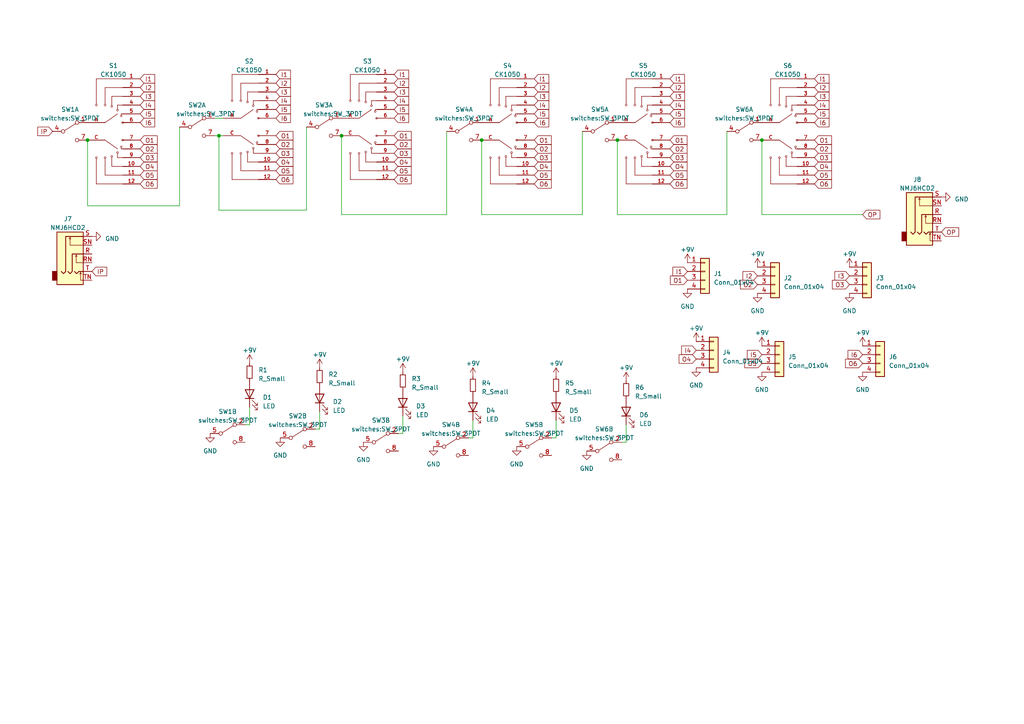
<source format=kicad_sch>
(kicad_sch (version 20230121) (generator eeschema)
  (paper "A4")
  (lib_symbols
    (symbol "1590B-rescue:SW_3PDT-switches" (pin_names (offset 0) hide)
      (property "Reference" "SW" (at 0 4.318 0))
      (property "Value" "switches:SW_3PDT" (at 0 -5.08 0))
      (symbol "SW_3PDT-switches_0_0"
        (circle (center -2.032 0) (radius 0.508))
        (circle (center 2.032 -2.54) (radius 0.508))
      )
      (symbol "SW_3PDT-switches_0_1"
        (polyline (pts (xy -1.524 0.254) (xy 1.651 2.286)))
        (circle (center 2.032 2.54) (radius 0.508))
      )
      (symbol "SW_3PDT-switches_1_1"
        (pin passive line (at 5.08 2.54 180) (length 2.54) (name "A") (number "1"))
        (pin passive line (at -5.08 0 0) (length 2.54) (name "B") (number "4"))
        (pin passive line (at 5.08 -2.54 180) (length 2.54) (name "C") (number "7"))
      )
      (symbol "SW_3PDT-switches_2_1"
        (pin passive line (at 5.08 2.54 180) (length 2.54) (name "A") (number "2"))
        (pin passive line (at -5.08 0 0) (length 2.54) (name "B") (number "5"))
        (pin passive line (at 5.08 -2.54 180) (length 2.54) (name "C") (number "8"))
      )
      (symbol "SW_3PDT-switches_3_1"
        (pin passive line (at 5.08 2.54 180) (length 2.54) (name "A") (number "3"))
        (pin passive line (at -5.08 0 0) (length 2.54) (name "B") (number "6"))
        (pin passive line (at 5.08 -2.54 180) (length 2.54) (name "C") (number "9"))
      )
    )
    (symbol "CK1050:CK1050" (pin_names (offset 1.016))
      (property "Reference" "S" (at -5.08 17.78 0))
      (property "Value" "CK1050" (at -5.08 -20.32 0))
      (symbol "CK1050_0_0"
        (circle (center -5.08 -7.62) (radius 0.254) (stroke (width 0.127)))
        (circle (center -5.08 7.62) (radius 0.254) (stroke (width 0.127)))
        (circle (center -2.54 -7.62) (radius 0.254) (stroke (width 0.127)))
        (circle (center -2.54 7.62) (radius 0.254) (stroke (width 0.127)))
        (circle (center -0.5969 -7.239) (radius 0.254) (stroke (width 0.127)))
        (circle (center -0.5969 7.239) (radius 0.254) (stroke (width 0.127)))
        (polyline (pts (xy -5.08 -15.24) (xy -5.08 -7.874)) (stroke (width 0.1524)))
        (polyline (pts (xy -5.08 15.24) (xy -5.08 7.874)) (stroke (width 0.1524)))
        (polyline (pts (xy -2.54 -12.7) (xy -2.54 -7.874)) (stroke (width 0.1524)))
        (polyline (pts (xy -2.54 -2.54) (xy 1.0668 -5.08)) (stroke (width 0.1524)))
        (polyline (pts (xy -2.54 2.54) (xy 1.0668 5.08)) (stroke (width 0.1524)))
        (polyline (pts (xy -2.54 12.7) (xy -2.54 7.874)) (stroke (width 0.1524)))
        (polyline (pts (xy -0.5969 -10.16) (xy -0.5969 -7.493)) (stroke (width 0.1524)))
        (polyline (pts (xy -0.5969 10.16) (xy -0.5969 7.493)) (stroke (width 0.1524)))
        (polyline (pts (xy 1.0668 -7.62) (xy 1.0668 -6.4008)) (stroke (width 0.1524)))
        (polyline (pts (xy 1.0668 7.62) (xy 1.0668 6.4008)) (stroke (width 0.1524)))
        (polyline (pts (xy 2.159 -5.08) (xy 2.159 -4.7498)) (stroke (width 0.1524)))
        (polyline (pts (xy 2.159 5.08) (xy 2.159 4.7498)) (stroke (width 0.1524)))
        (polyline (pts (xy 5.08 -15.24) (xy -5.08 -15.24)) (stroke (width 0.1524)))
        (polyline (pts (xy 5.08 -12.7) (xy -2.54 -12.7)) (stroke (width 0.1524)))
        (polyline (pts (xy 5.08 -10.16) (xy -0.5969 -10.16)) (stroke (width 0.1524)))
        (polyline (pts (xy 5.08 -7.62) (xy 1.0668 -7.62)) (stroke (width 0.1524)))
        (polyline (pts (xy 5.08 -5.08) (xy 2.159 -5.08)) (stroke (width 0.1524)))
        (polyline (pts (xy 5.08 -2.54) (xy 2.794 -2.54)) (stroke (width 0.1524)))
        (polyline (pts (xy 5.08 2.54) (xy 2.794 2.54)) (stroke (width 0.1524)))
        (polyline (pts (xy 5.08 5.08) (xy 2.159 5.08)) (stroke (width 0.1524)))
        (polyline (pts (xy 5.08 7.62) (xy 1.0668 7.62)) (stroke (width 0.1524)))
        (polyline (pts (xy 5.08 10.16) (xy -0.5969 10.16)) (stroke (width 0.1524)))
        (polyline (pts (xy 5.08 12.7) (xy -2.54 12.7)) (stroke (width 0.1524)))
        (polyline (pts (xy 5.08 15.24) (xy -5.08 15.24)) (stroke (width 0.1524)))
        (circle (center 1.0668 -6.1468) (radius 0.254) (stroke (width 0.127)))
        (circle (center 1.0668 6.1468) (radius 0.254) (stroke (width 0.127)))
        (circle (center 2.159 -4.4831) (radius 0.254) (stroke (width 0.127)))
        (circle (center 2.159 4.4831) (radius 0.254) (stroke (width 0.127)))
        (circle (center 2.54 -2.54) (radius 0.254) (stroke (width 0.127)))
        (circle (center 2.54 2.54) (radius 0.254) (stroke (width 0.127)))
        (pin passive line (at 7.62 15.24 180) (length 5.08) (name "~") (number "1"))
        (pin passive line (at 7.62 -10.16 180) (length 5.08) (name "~") (number "10"))
        (pin passive line (at 7.62 -12.7 180) (length 5.08) (name "~") (number "11"))
        (pin passive line (at 7.62 -15.24 180) (length 5.08) (name "~") (number "12"))
        (pin passive line (at 7.62 12.7 180) (length 5.08) (name "~") (number "2"))
        (pin passive line (at 7.62 10.16 180) (length 5.08) (name "~") (number "3"))
        (pin passive line (at 7.62 7.62 180) (length 5.08) (name "~") (number "4"))
        (pin passive line (at 7.62 5.08 180) (length 5.08) (name "~") (number "5"))
        (pin passive line (at 7.62 2.54 180) (length 5.08) (name "~") (number "6"))
        (pin passive line (at 7.62 -2.54 180) (length 5.08) (name "~") (number "7"))
        (pin passive line (at 7.62 -5.08 180) (length 5.08) (name "~") (number "8"))
        (pin passive line (at 7.62 -7.62 180) (length 5.08) (name "~") (number "9"))
        (pin passive line (at -7.62 2.54 0) (length 5.08) (name "~") (number "A"))
        (pin passive line (at -7.62 -2.54 0) (length 5.08) (name "~") (number "C"))
      )
    )
    (symbol "Connector_Audio:NMJ6HCD2"
      (property "Reference" "J" (at 0 11.43 0))
      (property "Value" "NMJ6HCD2" (at 0 8.89 0))
      (symbol "NMJ6HCD2_0_1"
        (rectangle (start -5.08 -5.08) (end -6.35 -7.62) (stroke (width 0.254)) (fill (type outline)))
        (polyline (pts (xy -1.27 4.826) (xy -1.016 4.318)))
        (polyline (pts (xy 0.508 -0.254) (xy 0.762 -0.762)))
        (polyline (pts (xy 1.778 -5.334) (xy 2.032 -5.842)))
        (polyline (pts (xy 0 -5.08) (xy 0.635 -5.715) (xy 1.27 -5.08) (xy 2.54 -5.08)) (stroke (width 0.254)))
        (polyline (pts (xy 2.54 -7.62) (xy 1.778 -7.62) (xy 1.778 -5.334) (xy 1.524 -5.842)))
        (polyline (pts (xy 2.54 -2.54) (xy 0.508 -2.54) (xy 0.508 -0.254) (xy 0.254 -0.762)))
        (polyline (pts (xy 2.54 2.54) (xy -1.27 2.54) (xy -1.27 4.826) (xy -1.524 4.318)))
        (polyline (pts (xy -1.905 -5.08) (xy -1.27 -5.715) (xy -0.635 -5.08) (xy -0.635 0) (xy 2.54 0)) (stroke (width 0.254)))
        (polyline (pts (xy 2.54 5.08) (xy -2.54 5.08) (xy -2.54 -5.08) (xy -3.175 -5.715) (xy -3.81 -5.08)) (stroke (width 0.254)))
        (rectangle (start 2.54 6.35) (end -5.08 -8.89) (stroke (width 0.254)) (fill (type background)))
      )
      (symbol "NMJ6HCD2_1_1"
        (pin passive line (at 5.08 0 180) (length 2.54) (name "~") (number "R"))
        (pin passive line (at 5.08 -2.54 180) (length 2.54) (name "~") (number "RN"))
        (pin passive line (at 5.08 5.08 180) (length 2.54) (name "~") (number "S"))
        (pin passive line (at 5.08 2.54 180) (length 2.54) (name "~") (number "SN"))
        (pin passive line (at 5.08 -5.08 180) (length 2.54) (name "~") (number "T"))
        (pin passive line (at 5.08 -7.62 180) (length 2.54) (name "~") (number "TN"))
      )
    )
    (symbol "Connector_Generic:Conn_01x04" (pin_names (offset 1.016) hide)
      (property "Reference" "J" (at 0 5.08 0))
      (property "Value" "Conn_01x04" (at 0 -7.62 0))
      (symbol "Conn_01x04_1_1"
        (rectangle (start -1.27 -4.953) (end 0 -5.207) (stroke (width 0.1524)))
        (rectangle (start -1.27 -2.413) (end 0 -2.667) (stroke (width 0.1524)))
        (rectangle (start -1.27 0.127) (end 0 -0.127) (stroke (width 0.1524)))
        (rectangle (start -1.27 2.667) (end 0 2.413) (stroke (width 0.1524)))
        (rectangle (start -1.27 3.81) (end 1.27 -6.35) (stroke (width 0.254)) (fill (type background)))
        (pin passive line (at -5.08 2.54 0) (length 3.81) (name "Pin_1") (number "1"))
        (pin passive line (at -5.08 0 0) (length 3.81) (name "Pin_2") (number "2"))
        (pin passive line (at -5.08 -2.54 0) (length 3.81) (name "Pin_3") (number "3"))
        (pin passive line (at -5.08 -5.08 0) (length 3.81) (name "Pin_4") (number "4"))
      )
    )
    (symbol "Device:LED" (pin_numbers hide) (pin_names (offset 1.016) hide)
      (property "Reference" "D" (at 0 2.54 0))
      (property "Value" "LED" (at 0 -2.54 0))
      (symbol "LED_0_1"
        (polyline (pts (xy -1.27 -1.27) (xy -1.27 1.27)) (stroke (width 0.254)))
        (polyline (pts (xy -1.27 0) (xy 1.27 0)))
        (polyline (pts (xy 1.27 -1.27) (xy 1.27 1.27) (xy -1.27 0) (xy 1.27 -1.27)) (stroke (width 0.254)))
        (polyline (pts (xy -3.048 -0.762) (xy -4.572 -2.286) (xy -3.81 -2.286) (xy -4.572 -2.286) (xy -4.572 -1.524)))
        (polyline (pts (xy -1.778 -0.762) (xy -3.302 -2.286) (xy -2.54 -2.286) (xy -3.302 -2.286) (xy -3.302 -1.524)))
      )
      (symbol "LED_1_1"
        (pin passive line (at -3.81 0 0) (length 2.54) (name "K") (number "1"))
        (pin passive line (at 3.81 0 180) (length 2.54) (name "A") (number "2"))
      )
    )
    (symbol "Device:R_Small" (pin_numbers hide) (pin_names (offset 0.254) hide)
      (property "Reference" "R" (at 0.762 0.508 0))
      (property "Value" "R_Small" (at 0.762 -1.016 0))
      (symbol "R_Small_0_1"
        (rectangle (start -0.762 1.778) (end 0.762 -1.778) (stroke (width 0.2032)))
      )
      (symbol "R_Small_1_1"
        (pin passive line (at 0 2.54 270) (length 0.762) (name "~") (number "1"))
        (pin passive line (at 0 -2.54 90) (length 0.762) (name "~") (number "2"))
      )
    )
    (symbol "power:+9V" (power) (pin_names (offset 0))
      (property "Value" "+9V" (at 0 3.556 0))
      (symbol "+9V_0_1"
        (polyline (pts (xy -0.762 1.27) (xy 0 2.54)))
        (polyline (pts (xy 0 0) (xy 0 2.54)))
        (polyline (pts (xy 0 2.54) (xy 0.762 1.27)))
      )
      (symbol "+9V_1_1"
        (pin power_in line (at 0 0 90) (length 0) hide (name "+9V") (number "1"))
      )
    )
    (symbol "power:GND" (power) (pin_names (offset 0))
      (property "Value" "GND" (at 0 -3.81 0))
      (symbol "GND_0_1"
        (polyline (pts (xy 0 0) (xy 0 -1.27) (xy 1.27 -1.27) (xy 0 -2.54) (xy -1.27 -1.27) (xy 0 -1.27)))
      )
      (symbol "GND_1_1"
        (pin power_in line (at 0 0 270) (length 0) hide (name "GND") (number "1"))
      )
    )
  )
  (junction (at 25.4 40.64))
  (junction (at 99.06 39.37))
  (junction (at 63.5 39.37))
  (junction (at 220.98 40.64))
  (junction (at 139.7 40.64))
  (junction (at 179.07 40.64))
  (wire (pts (xy 139.7 62.23) (xy 139.7 40.64)))
  (wire (pts (xy 63.5 39.37) (xy 63.5 60.96)))
  (wire (pts (xy 135.89 127) (xy 137.16 127)))
  (wire (pts (xy 25.4 59.69) (xy 25.4 40.64)))
  (wire (pts (xy 116.84 125.73) (xy 116.84 120.65)))
  (wire (pts (xy 180.34 128.27) (xy 181.61 128.27)))
  (wire (pts (xy 161.29 127) (xy 161.29 121.92)))
  (wire (pts (xy 220.98 62.23) (xy 220.98 40.64)))
  (wire (pts (xy 99.06 62.23) (xy 99.06 39.37)))
  (wire (pts (xy 52.07 59.69) (xy 25.4 59.69)))
  (wire (pts (xy 64.77 39.37) (xy 63.5 39.37)))
  (wire (pts (xy 92.71 124.46) (xy 92.71 119.38)))
  (wire (pts (xy 129.54 62.23) (xy 129.54 38.1)))
  (wire (pts (xy 181.61 128.27) (xy 181.61 123.19)))
  (wire (pts (xy 64.77 34.29) (xy 62.23 34.29)))
  (wire (pts (xy 210.82 62.23) (xy 179.07 62.23)))
  (wire (pts (xy 71.12 123.19) (xy 72.39 123.19)))
  (wire (pts (xy 91.44 124.46) (xy 92.71 124.46)))
  (wire (pts (xy 72.39 123.19) (xy 72.39 118.11)))
  (wire (pts (xy 250.19 62.23) (xy 220.98 62.23)))
  (wire (pts (xy 88.9 60.96) (xy 88.9 36.83)))
  (wire (pts (xy 129.54 62.23) (xy 99.06 62.23)))
  (wire (pts (xy 160.02 127) (xy 161.29 127)))
  (wire (pts (xy 63.5 60.96) (xy 88.9 60.96)))
  (wire (pts (xy 52.07 36.83) (xy 52.07 59.69)))
  (wire (pts (xy 210.82 62.23) (xy 210.82 38.1)))
  (wire (pts (xy 168.91 62.23) (xy 168.91 38.1)))
  (wire (pts (xy 137.16 127) (xy 137.16 121.92)))
  (wire (pts (xy 179.07 62.23) (xy 179.07 40.64)))
  (wire (pts (xy 168.91 62.23) (xy 139.7 62.23)))
  (wire (pts (xy 63.5 39.37) (xy 62.23 39.37)))
  (wire (pts (xy 115.57 125.73) (xy 116.84 125.73)))
  (global_label "O4" (shape input) (at 80.01 46.99 0) (property "Intersheetrefs" "${INTERSHEET_REFS}" (effects hide)))
  (global_label "O3" (shape input) (at 194.31 45.72 0) (property "Intersheetrefs" "${INTERSHEET_REFS}" (effects hide)))
  (global_label "O1" (shape input) (at 199.39 81.28 180) (property "Intersheetrefs" "${INTERSHEET_REFS}" (effects hide)))
  (global_label "I3" (shape input) (at 80.01 26.67 0) (property "Intersheetrefs" "${INTERSHEET_REFS}" (effects hide)))
  (global_label "O3" (shape input) (at 80.01 44.45 0) (property "Intersheetrefs" "${INTERSHEET_REFS}" (effects hide)))
  (global_label "O5" (shape input) (at 236.22 50.8 0) (property "Intersheetrefs" "${INTERSHEET_REFS}" (effects hide)))
  (global_label "O3" (shape input) (at 114.3 44.45 0) (property "Intersheetrefs" "${INTERSHEET_REFS}" (effects hide)))
  (global_label "I5" (shape input) (at 40.64 33.02 0) (property "Intersheetrefs" "${INTERSHEET_REFS}" (effects hide)))
  (global_label "IP" (shape input) (at 15.24 38.1 180) (property "Intersheetrefs" "${INTERSHEET_REFS}" (effects hide)))
  (global_label "I2" (shape input) (at 80.01 24.13 0) (property "Intersheetrefs" "${INTERSHEET_REFS}" (effects hide)))
  (global_label "I6" (shape input) (at 40.64 35.56 0) (property "Intersheetrefs" "${INTERSHEET_REFS}" (effects hide)))
  (global_label "I5" (shape input) (at 154.94 33.02 0) (property "Intersheetrefs" "${INTERSHEET_REFS}" (effects hide)))
  (global_label "I1" (shape input) (at 114.3 21.59 0) (property "Intersheetrefs" "${INTERSHEET_REFS}" (effects hide)))
  (global_label "I3" (shape input) (at 114.3 26.67 0) (property "Intersheetrefs" "${INTERSHEET_REFS}" (effects hide)))
  (global_label "O2" (shape input) (at 154.94 43.18 0) (property "Intersheetrefs" "${INTERSHEET_REFS}" (effects hide)))
  (global_label "I3" (shape input) (at 194.31 27.94 0) (property "Intersheetrefs" "${INTERSHEET_REFS}" (effects hide)))
  (global_label "I5" (shape input) (at 236.22 33.02 0) (property "Intersheetrefs" "${INTERSHEET_REFS}" (effects hide)))
  (global_label "O1" (shape input) (at 154.94 40.64 0) (property "Intersheetrefs" "${INTERSHEET_REFS}" (effects hide)))
  (global_label "I1" (shape input) (at 236.22 22.86 0) (property "Intersheetrefs" "${INTERSHEET_REFS}" (effects hide)))
  (global_label "I3" (shape input) (at 246.38 80.01 180) (property "Intersheetrefs" "${INTERSHEET_REFS}" (effects hide)))
  (global_label "O1" (shape input) (at 114.3 39.37 0) (property "Intersheetrefs" "${INTERSHEET_REFS}" (effects hide)))
  (global_label "O1" (shape input) (at 80.01 39.37 0) (property "Intersheetrefs" "${INTERSHEET_REFS}" (effects hide)))
  (global_label "O6" (shape input) (at 236.22 53.34 0) (property "Intersheetrefs" "${INTERSHEET_REFS}" (effects hide)))
  (global_label "I5" (shape input) (at 114.3 31.75 0) (property "Intersheetrefs" "${INTERSHEET_REFS}" (effects hide)))
  (global_label "O3" (shape input) (at 40.64 45.72 0) (property "Intersheetrefs" "${INTERSHEET_REFS}" (effects hide)))
  (global_label "O6" (shape input) (at 114.3 52.07 0) (property "Intersheetrefs" "${INTERSHEET_REFS}" (effects hide)))
  (global_label "I6" (shape input) (at 236.22 35.56 0) (property "Intersheetrefs" "${INTERSHEET_REFS}" (effects hide)))
  (global_label "O5" (shape input) (at 40.64 50.8 0) (property "Intersheetrefs" "${INTERSHEET_REFS}" (effects hide)))
  (global_label "I4" (shape input) (at 80.01 29.21 0) (property "Intersheetrefs" "${INTERSHEET_REFS}" (effects hide)))
  (global_label "I6" (shape input) (at 250.19 102.87 180) (property "Intersheetrefs" "${INTERSHEET_REFS}" (effects hide)))
  (global_label "O5" (shape input) (at 220.98 105.41 180) (property "Intersheetrefs" "${INTERSHEET_REFS}" (effects hide)))
  (global_label "I2" (shape input) (at 219.71 80.01 180) (property "Intersheetrefs" "${INTERSHEET_REFS}" (effects hide)))
  (global_label "I2" (shape input) (at 236.22 25.4 0) (property "Intersheetrefs" "${INTERSHEET_REFS}" (effects hide)))
  (global_label "O5" (shape input) (at 80.01 49.53 0) (property "Intersheetrefs" "${INTERSHEET_REFS}" (effects hide)))
  (global_label "I6" (shape input) (at 154.94 35.56 0) (property "Intersheetrefs" "${INTERSHEET_REFS}" (effects hide)))
  (global_label "O4" (shape input) (at 154.94 48.26 0) (property "Intersheetrefs" "${INTERSHEET_REFS}" (effects hide)))
  (global_label "O6" (shape input) (at 250.19 105.41 180) (property "Intersheetrefs" "${INTERSHEET_REFS}" (effects hide)))
  (global_label "O3" (shape input) (at 246.38 82.55 180) (property "Intersheetrefs" "${INTERSHEET_REFS}" (effects hide)))
  (global_label "I2" (shape input) (at 154.94 25.4 0) (property "Intersheetrefs" "${INTERSHEET_REFS}" (effects hide)))
  (global_label "I6" (shape input) (at 80.01 34.29 0) (property "Intersheetrefs" "${INTERSHEET_REFS}" (effects hide)))
  (global_label "O3" (shape input) (at 236.22 45.72 0) (property "Intersheetrefs" "${INTERSHEET_REFS}" (effects hide)))
  (global_label "I1" (shape input) (at 194.31 22.86 0) (property "Intersheetrefs" "${INTERSHEET_REFS}" (effects hide)))
  (global_label "O3" (shape input) (at 154.94 45.72 0) (property "Intersheetrefs" "${INTERSHEET_REFS}" (effects hide)))
  (global_label "I4" (shape input) (at 114.3 29.21 0) (property "Intersheetrefs" "${INTERSHEET_REFS}" (effects hide)))
  (global_label "O2" (shape input) (at 114.3 41.91 0) (property "Intersheetrefs" "${INTERSHEET_REFS}" (effects hide)))
  (global_label "O2" (shape input) (at 236.22 43.18 0) (property "Intersheetrefs" "${INTERSHEET_REFS}" (effects hide)))
  (global_label "O4" (shape input) (at 236.22 48.26 0) (property "Intersheetrefs" "${INTERSHEET_REFS}" (effects hide)))
  (global_label "I5" (shape input) (at 80.01 31.75 0) (property "Intersheetrefs" "${INTERSHEET_REFS}" (effects hide)))
  (global_label "O5" (shape input) (at 154.94 50.8 0) (property "Intersheetrefs" "${INTERSHEET_REFS}" (effects hide)))
  (global_label "O6" (shape input) (at 80.01 52.07 0) (property "Intersheetrefs" "${INTERSHEET_REFS}" (effects hide)))
  (global_label "I4" (shape input) (at 201.93 101.6 180) (property "Intersheetrefs" "${INTERSHEET_REFS}" (effects hide)))
  (global_label "OP" (shape input) (at 250.19 62.23 0) (property "Intersheetrefs" "${INTERSHEET_REFS}" (effects hide)))
  (global_label "O5" (shape input) (at 114.3 49.53 0) (property "Intersheetrefs" "${INTERSHEET_REFS}" (effects hide)))
  (global_label "O5" (shape input) (at 194.31 50.8 0) (property "Intersheetrefs" "${INTERSHEET_REFS}" (effects hide)))
  (global_label "O6" (shape input) (at 194.31 53.34 0) (property "Intersheetrefs" "${INTERSHEET_REFS}" (effects hide)))
  (global_label "I1" (shape input) (at 40.64 22.86 0) (property "Intersheetrefs" "${INTERSHEET_REFS}" (effects hide)))
  (global_label "O2" (shape input) (at 40.64 43.18 0) (property "Intersheetrefs" "${INTERSHEET_REFS}" (effects hide)))
  (global_label "I5" (shape input) (at 220.98 102.87 180) (property "Intersheetrefs" "${INTERSHEET_REFS}" (effects hide)))
  (global_label "O4" (shape input) (at 114.3 46.99 0) (property "Intersheetrefs" "${INTERSHEET_REFS}" (effects hide)))
  (global_label "O2" (shape input) (at 219.71 82.55 180) (property "Intersheetrefs" "${INTERSHEET_REFS}" (effects hide)))
  (global_label "I4" (shape input) (at 236.22 30.48 0) (property "Intersheetrefs" "${INTERSHEET_REFS}" (effects hide)))
  (global_label "O1" (shape input) (at 40.64 40.64 0) (property "Intersheetrefs" "${INTERSHEET_REFS}" (effects hide)))
  (global_label "I3" (shape input) (at 236.22 27.94 0) (property "Intersheetrefs" "${INTERSHEET_REFS}" (effects hide)))
  (global_label "I6" (shape input) (at 194.31 35.56 0) (property "Intersheetrefs" "${INTERSHEET_REFS}" (effects hide)))
  (global_label "O2" (shape input) (at 80.01 41.91 0) (property "Intersheetrefs" "${INTERSHEET_REFS}" (effects hide)))
  (global_label "O4" (shape input) (at 194.31 48.26 0) (property "Intersheetrefs" "${INTERSHEET_REFS}" (effects hide)))
  (global_label "I1" (shape input) (at 80.01 21.59 0) (property "Intersheetrefs" "${INTERSHEET_REFS}" (effects hide)))
  (global_label "I6" (shape input) (at 114.3 34.29 0) (property "Intersheetrefs" "${INTERSHEET_REFS}" (effects hide)))
  (global_label "I4" (shape input) (at 194.31 30.48 0) (property "Intersheetrefs" "${INTERSHEET_REFS}" (effects hide)))
  (global_label "I3" (shape input) (at 154.94 27.94 0) (property "Intersheetrefs" "${INTERSHEET_REFS}" (effects hide)))
  (global_label "O2" (shape input) (at 194.31 43.18 0) (property "Intersheetrefs" "${INTERSHEET_REFS}" (effects hide)))
  (global_label "I2" (shape input) (at 114.3 24.13 0) (property "Intersheetrefs" "${INTERSHEET_REFS}" (effects hide)))
  (global_label "I2" (shape input) (at 40.64 25.4 0) (property "Intersheetrefs" "${INTERSHEET_REFS}" (effects hide)))
  (global_label "O6" (shape input) (at 154.94 53.34 0) (property "Intersheetrefs" "${INTERSHEET_REFS}" (effects hide)))
  (global_label "I3" (shape input) (at 40.64 27.94 0) (property "Intersheetrefs" "${INTERSHEET_REFS}" (effects hide)))
  (global_label "O4" (shape input) (at 40.64 48.26 0) (property "Intersheetrefs" "${INTERSHEET_REFS}" (effects hide)))
  (global_label "I4" (shape input) (at 40.64 30.48 0) (property "Intersheetrefs" "${INTERSHEET_REFS}" (effects hide)))
  (global_label "O1" (shape input) (at 194.31 40.64 0) (property "Intersheetrefs" "${INTERSHEET_REFS}" (effects hide)))
  (global_label "I2" (shape input) (at 194.31 25.4 0) (property "Intersheetrefs" "${INTERSHEET_REFS}" (effects hide)))
  (global_label "O1" (shape input) (at 236.22 40.64 0) (property "Intersheetrefs" "${INTERSHEET_REFS}" (effects hide)))
  (global_label "I1" (shape input) (at 154.94 22.86 0) (property "Intersheetrefs" "${INTERSHEET_REFS}" (effects hide)))
  (global_label "O4" (shape input) (at 201.93 104.14 180) (property "Intersheetrefs" "${INTERSHEET_REFS}" (effects hide)))
  (global_label "IP" (shape input) (at 26.67 78.74 0) (property "Intersheetrefs" "${INTERSHEET_REFS}" (effects hide)))
  (global_label "I5" (shape input) (at 194.31 33.02 0) (property "Intersheetrefs" "${INTERSHEET_REFS}" (effects hide)))
  (global_label "O6" (shape input) (at 40.64 53.34 0) (property "Intersheetrefs" "${INTERSHEET_REFS}" (effects hide)))
  (global_label "I1" (shape input) (at 199.39 78.74 180) (property "Intersheetrefs" "${INTERSHEET_REFS}" (effects hide)))
  (global_label "I4" (shape input) (at 154.94 30.48 0) (property "Intersheetrefs" "${INTERSHEET_REFS}" (effects hide)))
  (global_label "OP" (shape input) (at 273.05 67.31 0) (property "Intersheetrefs" "${INTERSHEET_REFS}" (effects hide)))
  (symbol (lib_id "Device:LED") (at 92.71 115.57 90) (unit 1)
    (property "Reference" "D2" (at 96.52 116.5225 90) (effects (justify right)))
    (property "Value" "LED" (at 96.52 119.0625 90) (effects (justify right)))
    (property "Footprint" "LED_THT:LED_D5.0mm" (effects hide))
  )
  (symbol (lib_id "Device:R_Small") (at 137.16 111.76 0) (unit 1)
    (property "Reference" "R4" (at 139.7 111.125 0) (effects (justify left)))
    (property "Value" "R_Small" (at 139.7 113.665 0) (effects (justify left)))
    (property "Footprint" "Resistor_THT:R_Axial_DIN0207_L6.3mm_D2.5mm_P7.62mm_Horizontal" (effects hide))
  )
  (symbol (lib_id "Device:LED") (at 137.16 118.11 90) (unit 1)
    (property "Reference" "D4" (at 140.97 119.0625 90) (effects (justify right)))
    (property "Value" "LED" (at 140.97 121.6025 90) (effects (justify right)))
    (property "Footprint" "LED_THT:LED_D5.0mm" (effects hide))
  )
  (symbol (lib_id "1590B-rescue:SW_3PDT-switches") (at 173.99 38.1 0) (unit 1)
    (property "Reference" "SW5" (at 173.99 31.75 0))
    (property "Value" "switches:SW_3PDT" (at 173.99 34.29 0))
    (property "Footprint" "Pedal-Components:3PDT-Footswitch" (effects hide))
  )
  (symbol (lib_id "Connector_Generic:Conn_01x04") (at 204.47 78.74 0) (unit 1)
    (property "Reference" "J1" (at 207.01 79.375 0) (effects (justify left)))
    (property "Value" "Conn_01x04" (at 207.01 81.915 0) (effects (justify left)))
    (property "Footprint" "Connector_Molex:Molex_KK-254_AE-6410-04A_1x04_P2.54mm_Vertical" (effects hide))
  )
  (symbol (lib_id "Device:LED") (at 116.84 116.84 90) (unit 1)
    (property "Reference" "D3" (at 120.65 117.7925 90) (effects (justify right)))
    (property "Value" "LED" (at 120.65 120.3325 90) (effects (justify right)))
    (property "Footprint" "LED_THT:LED_D5.0mm" (effects hide))
  )
  (symbol (lib_id "Connector_Generic:Conn_01x04") (at 226.06 102.87 0) (unit 1)
    (property "Reference" "J5" (at 228.6 103.505 0) (effects (justify left)))
    (property "Value" "Conn_01x04" (at 228.6 106.045 0) (effects (justify left)))
    (property "Footprint" "Connector_Molex:Molex_KK-254_AE-6410-04A_1x04_P2.54mm_Vertical" (effects hide))
  )
  (symbol (lib_id "1590B-rescue:SW_3PDT-switches") (at 57.15 36.83 0) (unit 1)
    (property "Reference" "SW2" (at 57.15 30.48 0))
    (property "Value" "switches:SW_3PDT" (at 59.69 33.02 0))
    (property "Footprint" "Pedal-Components:3PDT-Footswitch" (effects hide))
  )
  (symbol (lib_id "1590B-rescue:SW_3PDT-switches") (at 20.32 38.1 0) (unit 1)
    (property "Reference" "SW1" (at 20.32 31.75 0))
    (property "Value" "switches:SW_3PDT" (at 20.32 34.29 0))
    (property "Footprint" "Pedal-Components:3PDT-Footswitch" (effects hide))
  )
  (symbol (lib_id "CK1050:CK1050") (at 147.32 38.1 0) (unit 1)
    (property "Reference" "S4" (at 147.1993 19.05 0))
    (property "Value" "CK1050" (at 147.1993 21.59 0))
    (property "Footprint" "Pedal-Components:SW_CK1050" (effects hide))
    (property "PARTREV" "NA" (effects hide))
    (property "STANDARD" "Manufacturer Recommendations" (effects hide))
    (property "MAXIMUM_PACKAGE_HEIGHT" "64.10 mm" (effects hide))
    (property "MANUFACTURER" "Lorlin" (effects hide))
  )
  (symbol (lib_id "power:GND") (at 149.86 129.54 0) (unit 1)
    (property "Reference" "#PWR09" (effects hide))
    (property "Value" "GND" (at 149.86 134.62 0))
  )
  (symbol (lib_id "power:+9V") (at 220.98 100.33 0) (unit 1)
    (property "Reference" "#PWR021" (effects hide))
    (property "Value" "+9V" (at 220.98 96.52 0))
  )
  (symbol (lib_id "Device:LED") (at 161.29 118.11 90) (unit 1)
    (property "Reference" "D5" (at 165.1 119.0625 90) (effects (justify right)))
    (property "Value" "LED" (at 165.1 121.6025 90) (effects (justify right)))
    (property "Footprint" "LED_THT:LED_D5.0mm" (effects hide))
  )
  (symbol (lib_id "power:GND") (at 273.05 57.15 90) (unit 1)
    (property "Reference" "#PWR026" (effects hide))
    (property "Value" "GND" (at 276.86 57.785 90) (effects (justify right)))
  )
  (symbol (lib_id "Connector_Generic:Conn_01x04") (at 255.27 102.87 0) (unit 1)
    (property "Reference" "J6" (at 257.81 103.505 0) (effects (justify left)))
    (property "Value" "Conn_01x04" (at 257.81 106.045 0) (effects (justify left)))
    (property "Footprint" "Connector_Molex:Molex_KK-254_AE-6410-04A_1x04_P2.54mm_Vertical" (effects hide))
  )
  (symbol (lib_id "1590B-rescue:SW_3PDT-switches") (at 86.36 127 0) (unit 2)
    (property "Reference" "SW2" (at 86.36 120.65 0))
    (property "Value" "switches:SW_3PDT" (at 86.36 123.19 0))
    (property "Footprint" "Pedal-Components:3PDT-Footswitch" (effects hide))
  )
  (symbol (lib_id "power:+9V") (at 246.38 77.47 0) (unit 1)
    (property "Reference" "#PWR017" (effects hide))
    (property "Value" "+9V" (at 246.38 73.66 0))
  )
  (symbol (lib_id "power:+9V") (at 201.93 99.06 0) (unit 1)
    (property "Reference" "#PWR019" (effects hide))
    (property "Value" "+9V" (at 201.93 95.25 0))
  )
  (symbol (lib_id "Device:R_Small") (at 92.71 109.22 0) (unit 1)
    (property "Reference" "R2" (at 95.25 108.585 0) (effects (justify left)))
    (property "Value" "R_Small" (at 95.25 111.125 0) (effects (justify left)))
    (property "Footprint" "Resistor_THT:R_Axial_DIN0207_L6.3mm_D2.5mm_P7.62mm_Horizontal" (effects hide))
  )
  (symbol (lib_id "1590B-rescue:SW_3PDT-switches") (at 215.9 38.1 0) (unit 1)
    (property "Reference" "SW6" (at 215.9 31.75 0))
    (property "Value" "switches:SW_3PDT" (at 215.9 34.29 0))
    (property "Footprint" "Pedal-Components:3PDT-Footswitch" (effects hide))
  )
  (symbol (lib_id "CK1050:CK1050") (at 228.6 38.1 0) (unit 1)
    (property "Reference" "S6" (at 228.4793 19.05 0))
    (property "Value" "CK1050" (at 228.4793 21.59 0))
    (property "Footprint" "Pedal-Components:SW_CK1050" (effects hide))
    (property "PARTREV" "NA" (effects hide))
    (property "STANDARD" "Manufacturer Recommendations" (effects hide))
    (property "MAXIMUM_PACKAGE_HEIGHT" "64.10 mm" (effects hide))
    (property "MANUFACTURER" "Lorlin" (effects hide))
  )
  (symbol (lib_id "power:GND") (at 81.28 127 0) (unit 1)
    (property "Reference" "#PWR03" (effects hide))
    (property "Value" "GND" (at 81.28 132.08 0))
  )
  (symbol (lib_id "1590B-rescue:SW_3PDT-switches") (at 130.81 129.54 0) (unit 2)
    (property "Reference" "SW4" (at 130.81 123.19 0))
    (property "Value" "switches:SW_3PDT" (at 130.81 125.73 0))
    (property "Footprint" "Pedal-Components:3PDT-Footswitch" (effects hide))
  )
  (symbol (lib_id "Connector_Generic:Conn_01x04") (at 251.46 80.01 0) (unit 1)
    (property "Reference" "J3" (at 254 80.645 0) (effects (justify left)))
    (property "Value" "Conn_01x04" (at 254 83.185 0) (effects (justify left)))
    (property "Footprint" "Connector_Molex:Molex_KK-254_AE-6410-04A_1x04_P2.54mm_Vertical" (effects hide))
  )
  (symbol (lib_id "power:+9V") (at 116.84 107.95 0) (unit 1)
    (property "Reference" "#PWR06" (effects hide))
    (property "Value" "+9V" (at 116.84 104.14 0))
  )
  (symbol (lib_id "power:+9V") (at 250.19 100.33 0) (unit 1)
    (property "Reference" "#PWR023" (effects hide))
    (property "Value" "+9V" (at 250.19 96.52 0))
  )
  (symbol (lib_id "power:GND") (at 250.19 107.95 0) (unit 1)
    (property "Reference" "#PWR024" (effects hide))
    (property "Value" "GND" (at 250.19 113.03 0))
  )
  (symbol (lib_id "1590B-rescue:SW_3PDT-switches") (at 66.04 125.73 0) (unit 2)
    (property "Reference" "SW1" (at 66.04 119.38 0))
    (property "Value" "switches:SW_3PDT" (at 66.04 121.92 0))
    (property "Footprint" "Pedal-Components:3PDT-Footswitch" (effects hide))
  )
  (symbol (lib_id "1590B-rescue:SW_3PDT-switches") (at 154.94 129.54 0) (unit 2)
    (property "Reference" "SW5" (at 154.94 123.19 0))
    (property "Value" "switches:SW_3PDT" (at 154.94 125.73 0))
    (property "Footprint" "Pedal-Components:3PDT-Footswitch" (effects hide))
  )
  (symbol (lib_id "power:GND") (at 201.93 106.68 0) (unit 1)
    (property "Reference" "#PWR020" (effects hide))
    (property "Value" "GND" (at 201.93 111.76 0))
  )
  (symbol (lib_id "1590B-rescue:SW_3PDT-switches") (at 175.26 130.81 0) (unit 2)
    (property "Reference" "SW6" (at 175.26 124.46 0))
    (property "Value" "switches:SW_3PDT" (at 175.26 127 0))
    (property "Footprint" "Pedal-Components:3PDT-Footswitch" (effects hide))
  )
  (symbol (lib_id "power:+9V") (at 181.61 110.49 0) (unit 1)
    (property "Reference" "#PWR012" (effects hide))
    (property "Value" "+9V" (at 181.61 106.68 0))
  )
  (symbol (lib_id "1590B-rescue:SW_3PDT-switches") (at 110.49 128.27 0) (unit 2)
    (property "Reference" "SW3" (at 110.49 121.92 0))
    (property "Value" "switches:SW_3PDT" (at 110.49 124.46 0))
    (property "Footprint" "Pedal-Components:3PDT-Footswitch" (effects hide))
  )
  (symbol (lib_id "1590B-rescue:SW_3PDT-switches") (at 134.62 38.1 0) (unit 1)
    (property "Reference" "SW4" (at 134.62 31.75 0))
    (property "Value" "switches:SW_3PDT" (at 134.62 34.29 0))
    (property "Footprint" "Pedal-Components:3PDT-Footswitch" (effects hide))
  )
  (symbol (lib_id "CK1050:CK1050") (at 186.69 38.1 0) (unit 1)
    (property "Reference" "S5" (at 186.5693 19.05 0))
    (property "Value" "CK1050" (at 186.5693 21.59 0))
    (property "Footprint" "Pedal-Components:SW_CK1050" (effects hide))
    (property "PARTREV" "NA" (effects hide))
    (property "STANDARD" "Manufacturer Recommendations" (effects hide))
    (property "MAXIMUM_PACKAGE_HEIGHT" "64.10 mm" (effects hide))
    (property "MANUFACTURER" "Lorlin" (effects hide))
  )
  (symbol (lib_id "power:+9V") (at 199.39 76.2 0) (unit 1)
    (property "Reference" "#PWR013" (effects hide))
    (property "Value" "+9V" (at 199.39 72.39 0))
  )
  (symbol (lib_id "Connector_Generic:Conn_01x04") (at 207.01 101.6 0) (unit 1)
    (property "Reference" "J4" (at 209.55 102.235 0) (effects (justify left)))
    (property "Value" "Conn_01x04" (at 209.55 104.775 0) (effects (justify left)))
    (property "Footprint" "Connector_Molex:Molex_KK-254_AE-6410-04A_1x04_P2.54mm_Vertical" (effects hide))
  )
  (symbol (lib_id "power:GND") (at 220.98 107.95 0) (unit 1)
    (property "Reference" "#PWR022" (effects hide))
    (property "Value" "GND" (at 220.98 113.03 0))
  )
  (symbol (lib_id "power:GND") (at 105.41 128.27 0) (unit 1)
    (property "Reference" "#PWR05" (effects hide))
    (property "Value" "GND" (at 105.41 133.35 0))
  )
  (symbol (lib_id "Device:R_Small") (at 161.29 111.76 0) (unit 1)
    (property "Reference" "R5" (at 163.83 111.125 0) (effects (justify left)))
    (property "Value" "R_Small" (at 163.83 113.665 0) (effects (justify left)))
    (property "Footprint" "Resistor_THT:R_Axial_DIN0207_L6.3mm_D2.5mm_P7.62mm_Horizontal" (effects hide))
  )
  (symbol (lib_id "Device:R_Small") (at 181.61 113.03 0) (unit 1)
    (property "Reference" "R6" (at 184.15 112.395 0) (effects (justify left)))
    (property "Value" "R_Small" (at 184.15 114.935 0) (effects (justify left)))
    (property "Footprint" "Resistor_THT:R_Axial_DIN0207_L6.3mm_D2.5mm_P7.62mm_Horizontal" (effects hide))
  )
  (symbol (lib_id "power:+9V") (at 92.71 106.68 0) (unit 1)
    (property "Reference" "#PWR04" (effects hide))
    (property "Value" "+9V" (at 92.71 102.87 0))
  )
  (symbol (lib_id "power:GND") (at 246.38 85.09 0) (unit 1)
    (property "Reference" "#PWR018" (effects hide))
    (property "Value" "GND" (at 246.38 90.17 0))
  )
  (symbol (lib_id "power:+9V") (at 219.71 77.47 0) (unit 1)
    (property "Reference" "#PWR015" (effects hide))
    (property "Value" "+9V" (at 219.71 73.66 0))
  )
  (symbol (lib_id "power:GND") (at 199.39 83.82 0) (unit 1)
    (property "Reference" "#PWR014" (effects hide))
    (property "Value" "GND" (at 199.39 88.9 0))
  )
  (symbol (lib_id "Connector_Generic:Conn_01x04") (at 224.79 80.01 0) (unit 1)
    (property "Reference" "J2" (at 227.33 80.645 0) (effects (justify left)))
    (property "Value" "Conn_01x04" (at 227.33 83.185 0) (effects (justify left)))
    (property "Footprint" "Connector_Molex:Molex_KK-254_AE-6410-04A_1x04_P2.54mm_Vertical" (effects hide))
  )
  (symbol (lib_id "Connector_Audio:NMJ6HCD2") (at 21.59 73.66 0) (unit 1)
    (property "Reference" "J7" (at 19.685 63.5 0))
    (property "Value" "NMJ6HCD2" (at 19.685 66.04 0))
    (property "Footprint" "Connector_Audio:Jack_6.35mm_Neutrik_NMJ6HCD2_Horizontal" (effects hide))
    (property "Datasheet" "https://www.neutrik.com/en/product/nmj6hcd2" (effects hide))
  )
  (symbol (lib_id "power:GND") (at 219.71 85.09 0) (unit 1)
    (property "Reference" "#PWR016" (effects hide))
    (property "Value" "GND" (at 219.71 90.17 0))
  )
  (symbol (lib_id "Device:R_Small") (at 116.84 110.49 0) (unit 1)
    (property "Reference" "R3" (at 119.38 109.855 0) (effects (justify left)))
    (property "Value" "R_Small" (at 119.38 112.395 0) (effects (justify left)))
    (property "Footprint" "Resistor_THT:R_Axial_DIN0207_L6.3mm_D2.5mm_P7.62mm_Horizontal" (effects hide))
  )
  (symbol (lib_id "1590B-rescue:SW_3PDT-switches") (at 93.98 36.83 0) (unit 1)
    (property "Reference" "SW3" (at 93.98 30.48 0))
    (property "Value" "switches:SW_3PDT" (at 96.52 33.02 0))
    (property "Footprint" "Pedal-Components:3PDT-Footswitch" (effects hide))
  )
  (symbol (lib_id "power:GND") (at 60.96 125.73 0) (unit 1)
    (property "Reference" "#PWR01" (effects hide))
    (property "Value" "GND" (at 60.96 130.81 0))
  )
  (symbol (lib_id "power:+9V") (at 161.29 109.22 0) (unit 1)
    (property "Reference" "#PWR010" (effects hide))
    (property "Value" "+9V" (at 161.29 105.41 0))
  )
  (symbol (lib_id "Connector_Audio:NMJ6HCD2") (at 267.97 62.23 0) (unit 1)
    (property "Reference" "J8" (at 266.065 52.07 0))
    (property "Value" "NMJ6HCD2" (at 266.065 54.61 0))
    (property "Footprint" "Connector_Audio:Jack_6.35mm_Neutrik_NMJ6HCD2_Horizontal" (effects hide))
    (property "Datasheet" "https://www.neutrik.com/en/product/nmj6hcd2" (effects hide))
  )
  (symbol (lib_id "CK1050:CK1050") (at 106.68 36.83 0) (unit 1)
    (property "Reference" "S3" (at 106.5593 17.78 0))
    (property "Value" "CK1050" (at 106.5593 20.32 0))
    (property "Footprint" "Pedal-Components:SW_CK1050" (effects hide))
    (property "PARTREV" "NA" (effects hide))
    (property "STANDARD" "Manufacturer Recommendations" (effects hide))
    (property "MAXIMUM_PACKAGE_HEIGHT" "64.10 mm" (effects hide))
    (property "MANUFACTURER" "Lorlin" (effects hide))
  )
  (symbol (lib_id "power:+9V") (at 72.39 105.41 0) (unit 1)
    (property "Reference" "#PWR02" (effects hide))
    (property "Value" "+9V" (at 72.39 101.6 0))
  )
  (symbol (lib_id "CK1050:CK1050") (at 72.39 36.83 0) (unit 1)
    (property "Reference" "S2" (at 72.2693 17.78 0))
    (property "Value" "CK1050" (at 72.2693 20.32 0))
    (property "Footprint" "Pedal-Components:SW_CK1050" (effects hide))
    (property "PARTREV" "NA" (effects hide))
    (property "STANDARD" "Manufacturer Recommendations" (effects hide))
    (property "MAXIMUM_PACKAGE_HEIGHT" "64.10 mm" (effects hide))
    (property "MANUFACTURER" "Lorlin" (effects hide))
  )
  (symbol (lib_id "Device:LED") (at 72.39 114.3 90) (unit 1)
    (property "Reference" "D1" (at 76.2 115.2525 90) (effects (justify right)))
    (property "Value" "LED" (at 76.2 117.7925 90) (effects (justify right)))
    (property "Footprint" "LED_THT:LED_D5.0mm" (effects hide))
  )
  (symbol (lib_id "power:GND") (at 125.73 129.54 0) (unit 1)
    (property "Reference" "#PWR07" (effects hide))
    (property "Value" "GND" (at 125.73 134.62 0))
  )
  (symbol (lib_id "power:GND") (at 170.18 130.81 0) (unit 1)
    (property "Reference" "#PWR011" (effects hide))
    (property "Value" "GND" (at 170.18 135.89 0))
  )
  (symbol (lib_id "Device:LED") (at 181.61 119.38 90) (unit 1)
    (property "Reference" "D6" (at 185.42 120.3325 90) (effects (justify right)))
    (property "Value" "LED" (at 185.42 122.8725 90) (effects (justify right)))
    (property "Footprint" "LED_THT:LED_D5.0mm" (effects hide))
  )
  (symbol (lib_id "power:GND") (at 26.67 68.58 90) (unit 1)
    (property "Reference" "#PWR025" (effects hide))
    (property "Value" "GND" (at 30.48 69.215 90) (effects (justify right)))
  )
  (symbol (lib_id "power:+9V") (at 137.16 109.22 0) (unit 1)
    (property "Reference" "#PWR08" (effects hide))
    (property "Value" "+9V" (at 137.16 105.41 0))
  )
  (symbol (lib_id "CK1050:CK1050") (at 33.02 38.1 0) (unit 1)
    (property "Reference" "S1" (at 32.8993 19.05 0))
    (property "Value" "CK1050" (at 32.8993 21.59 0))
    (property "Footprint" "Pedal-Components:SW_CK1050" (effects hide))
    (property "PARTREV" "NA" (effects hide))
    (property "STANDARD" "Manufacturer Recommendations" (effects hide))
    (property "MAXIMUM_PACKAGE_HEIGHT" "64.10 mm" (effects hide))
    (property "MANUFACTURER" "Lorlin" (effects hide))
  )
  (symbol (lib_id "Device:R_Small") (at 72.39 107.95 0) (unit 1)
    (property "Reference" "R1" (at 74.93 107.315 0) (effects (justify left)))
    (property "Value" "R_Small" (at 74.93 109.855 0) (effects (justify left)))
    (property "Footprint" "Resistor_THT:R_Axial_DIN0207_L6.3mm_D2.5mm_P7.62mm_Horizontal" (effects hide))
  )
  (sheet (at 311.15 7.62) (size 60.96 36.83) (stroke (width 0.1524))
    (property "Sheetname" "Effect1" (at 311.15 6.9084 0) (effects (justify left bottom)))
    (property "Sheetfile" "untitled.kicad_sch" (at 311.15 45.0346 0) (effects (justify left top)))
  )
)
</source>
